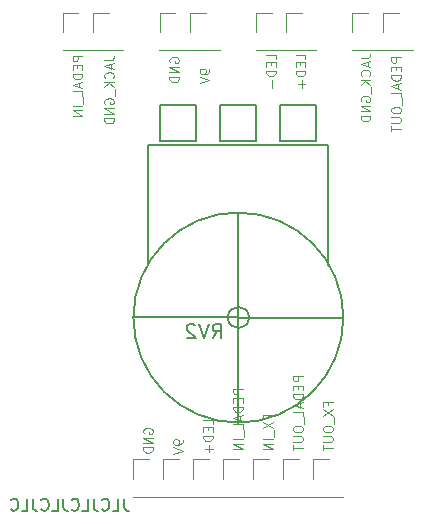
<source format=gbr>
G04 #@! TF.GenerationSoftware,KiCad,Pcbnew,(5.1.5-0-10_14)*
G04 #@! TF.CreationDate,2021-09-14T17:31:05+02:00*
G04 #@! TF.ProjectId,npnium,6e706e69-756d-42e6-9b69-6361645f7063,rev?*
G04 #@! TF.SameCoordinates,Original*
G04 #@! TF.FileFunction,Legend,Bot*
G04 #@! TF.FilePolarity,Positive*
%FSLAX46Y46*%
G04 Gerber Fmt 4.6, Leading zero omitted, Abs format (unit mm)*
G04 Created by KiCad (PCBNEW (5.1.5-0-10_14)) date 2021-09-14 17:31:05*
%MOMM*%
%LPD*%
G04 APERTURE LIST*
%ADD10C,0.150000*%
%ADD11C,0.120000*%
%ADD12C,0.127000*%
%ADD13C,0.152400*%
G04 APERTURE END LIST*
D10*
X90319047Y-110252380D02*
X90319047Y-110966666D01*
X90366666Y-111109523D01*
X90461904Y-111204761D01*
X90604761Y-111252380D01*
X90700000Y-111252380D01*
X89366666Y-111252380D02*
X89842857Y-111252380D01*
X89842857Y-110252380D01*
X88461904Y-111157142D02*
X88509523Y-111204761D01*
X88652380Y-111252380D01*
X88747619Y-111252380D01*
X88890476Y-111204761D01*
X88985714Y-111109523D01*
X89033333Y-111014285D01*
X89080952Y-110823809D01*
X89080952Y-110680952D01*
X89033333Y-110490476D01*
X88985714Y-110395238D01*
X88890476Y-110300000D01*
X88747619Y-110252380D01*
X88652380Y-110252380D01*
X88509523Y-110300000D01*
X88461904Y-110347619D01*
X87747619Y-110252380D02*
X87747619Y-110966666D01*
X87795238Y-111109523D01*
X87890476Y-111204761D01*
X88033333Y-111252380D01*
X88128571Y-111252380D01*
X86795238Y-111252380D02*
X87271428Y-111252380D01*
X87271428Y-110252380D01*
X85890476Y-111157142D02*
X85938095Y-111204761D01*
X86080952Y-111252380D01*
X86176190Y-111252380D01*
X86319047Y-111204761D01*
X86414285Y-111109523D01*
X86461904Y-111014285D01*
X86509523Y-110823809D01*
X86509523Y-110680952D01*
X86461904Y-110490476D01*
X86414285Y-110395238D01*
X86319047Y-110300000D01*
X86176190Y-110252380D01*
X86080952Y-110252380D01*
X85938095Y-110300000D01*
X85890476Y-110347619D01*
X85176190Y-110252380D02*
X85176190Y-110966666D01*
X85223809Y-111109523D01*
X85319047Y-111204761D01*
X85461904Y-111252380D01*
X85557142Y-111252380D01*
X84223809Y-111252380D02*
X84700000Y-111252380D01*
X84700000Y-110252380D01*
X83319047Y-111157142D02*
X83366666Y-111204761D01*
X83509523Y-111252380D01*
X83604761Y-111252380D01*
X83747619Y-111204761D01*
X83842857Y-111109523D01*
X83890476Y-111014285D01*
X83938095Y-110823809D01*
X83938095Y-110680952D01*
X83890476Y-110490476D01*
X83842857Y-110395238D01*
X83747619Y-110300000D01*
X83604761Y-110252380D01*
X83509523Y-110252380D01*
X83366666Y-110300000D01*
X83319047Y-110347619D01*
X82604761Y-110252380D02*
X82604761Y-110966666D01*
X82652380Y-111109523D01*
X82747619Y-111204761D01*
X82890476Y-111252380D01*
X82985714Y-111252380D01*
X81652380Y-111252380D02*
X82128571Y-111252380D01*
X82128571Y-110252380D01*
X80747619Y-111157142D02*
X80795238Y-111204761D01*
X80938095Y-111252380D01*
X81033333Y-111252380D01*
X81176190Y-111204761D01*
X81271428Y-111109523D01*
X81319047Y-111014285D01*
X81366666Y-110823809D01*
X81366666Y-110680952D01*
X81319047Y-110490476D01*
X81271428Y-110395238D01*
X81176190Y-110300000D01*
X81033333Y-110252380D01*
X80938095Y-110252380D01*
X80795238Y-110300000D01*
X80747619Y-110347619D01*
D11*
X95890000Y-72280000D02*
X98430000Y-72280000D01*
X95903500Y-69110000D02*
X97233500Y-69110000D01*
X95900000Y-70763500D02*
X95903500Y-69110000D01*
X93320000Y-72280000D02*
X95860000Y-72280000D01*
X93333500Y-69110000D02*
X94663500Y-69110000D01*
X93330000Y-70763500D02*
X93333500Y-69110000D01*
D12*
X93396000Y-76876000D02*
X93396000Y-79924000D01*
X96444000Y-76876000D02*
X93396000Y-76876000D01*
X96444000Y-79924000D02*
X96444000Y-76876000D01*
X98476000Y-76876000D02*
X98476000Y-79924000D01*
X101524000Y-76876000D02*
X98476000Y-76876000D01*
X101524000Y-79924000D02*
X101524000Y-76876000D01*
X103556000Y-76876000D02*
X103556000Y-79924000D01*
X106604000Y-76876000D02*
X103556000Y-76876000D01*
X106604000Y-79924000D02*
X106604000Y-76876000D01*
X96444000Y-79924000D02*
X93396000Y-79924000D01*
X101524000Y-79924000D02*
X98476000Y-79924000D01*
X106604000Y-79924000D02*
X103556000Y-79924000D01*
X107620000Y-80305000D02*
X92380000Y-80305000D01*
X108890000Y-94910000D02*
X91110000Y-94900000D01*
X100000000Y-86010000D02*
X100000000Y-103790000D01*
X92380000Y-80305000D02*
X92380000Y-90465000D01*
X107620000Y-90465000D02*
X107620000Y-80305000D01*
X108890000Y-94910000D02*
G75*
G03X100000000Y-86020000I-8890000J0D01*
G01*
X100000000Y-86010000D02*
G75*
G03X91110000Y-94900000I0J-8890000D01*
G01*
X91110000Y-94910000D02*
G75*
G03X100000000Y-103800002I8889901J-101D01*
G01*
X99999998Y-103800000D02*
G75*
G03X108890000Y-94910000I101J8889901D01*
G01*
X100898000Y-94900000D02*
G75*
G03X100898000Y-94900000I-898000J0D01*
G01*
D11*
X106340000Y-110080000D02*
X108880000Y-110080000D01*
X106350000Y-108563500D02*
X106353500Y-106910000D01*
X106353500Y-106910000D02*
X107683500Y-106910000D01*
X103800000Y-110080000D02*
X106340000Y-110080000D01*
X103810000Y-108563500D02*
X103813500Y-106910000D01*
X103813500Y-106910000D02*
X105143500Y-106910000D01*
X101270000Y-108563500D02*
X101273500Y-106910000D01*
X101273500Y-106910000D02*
X102603500Y-106910000D01*
X101260000Y-110080000D02*
X103800000Y-110080000D01*
X91100000Y-110080000D02*
X93640000Y-110080000D01*
X91113500Y-106910000D02*
X92443500Y-106910000D01*
X91110000Y-108563500D02*
X91113500Y-106910000D01*
X93640000Y-110080000D02*
X96180000Y-110080000D01*
X93653500Y-106910000D02*
X94983500Y-106910000D01*
X93650000Y-108563500D02*
X93653500Y-106910000D01*
X96180000Y-110080000D02*
X98720000Y-110080000D01*
X96193500Y-106910000D02*
X97523500Y-106910000D01*
X96190000Y-108563500D02*
X96193500Y-106910000D01*
X98720000Y-110080000D02*
X101260000Y-110080000D01*
X98733500Y-106910000D02*
X100063500Y-106910000D01*
X98730000Y-108563500D02*
X98733500Y-106910000D01*
X104020000Y-72280000D02*
X106560000Y-72280000D01*
X104033500Y-69110000D02*
X105363500Y-69110000D01*
X104030000Y-70763500D02*
X104033500Y-69110000D01*
X112220000Y-72280000D02*
X114760000Y-72280000D01*
X112233500Y-69110000D02*
X113563500Y-69110000D01*
X112230000Y-70763500D02*
X112233500Y-69110000D01*
X85120000Y-72280000D02*
X87660000Y-72280000D01*
X85133500Y-69110000D02*
X86463500Y-69110000D01*
X85130000Y-70763500D02*
X85133500Y-69110000D01*
X101520000Y-72280000D02*
X104060000Y-72280000D01*
X101533500Y-69110000D02*
X102863500Y-69110000D01*
X101530000Y-70763500D02*
X101533500Y-69110000D01*
X109620000Y-72280000D02*
X112160000Y-72280000D01*
X109633500Y-69110000D02*
X110963500Y-69110000D01*
X109630000Y-70763500D02*
X109633500Y-69110000D01*
X87720000Y-72280000D02*
X90260000Y-72280000D01*
X87733500Y-69110000D02*
X89063500Y-69110000D01*
X87730000Y-70763500D02*
X87733500Y-69110000D01*
X97531904Y-73902952D02*
X97531904Y-74055333D01*
X97493809Y-74131523D01*
X97455714Y-74169619D01*
X97341428Y-74245809D01*
X97189047Y-74283904D01*
X96884285Y-74283904D01*
X96808095Y-74245809D01*
X96770000Y-74207714D01*
X96731904Y-74131523D01*
X96731904Y-73979142D01*
X96770000Y-73902952D01*
X96808095Y-73864857D01*
X96884285Y-73826761D01*
X97074761Y-73826761D01*
X97150952Y-73864857D01*
X97189047Y-73902952D01*
X97227142Y-73979142D01*
X97227142Y-74131523D01*
X97189047Y-74207714D01*
X97150952Y-74245809D01*
X97074761Y-74283904D01*
X96731904Y-74512476D02*
X97531904Y-74779142D01*
X96731904Y-75045809D01*
X94200000Y-73293428D02*
X94161904Y-73217238D01*
X94161904Y-73102952D01*
X94200000Y-72988666D01*
X94276190Y-72912476D01*
X94352380Y-72874380D01*
X94504761Y-72836285D01*
X94619047Y-72836285D01*
X94771428Y-72874380D01*
X94847619Y-72912476D01*
X94923809Y-72988666D01*
X94961904Y-73102952D01*
X94961904Y-73179142D01*
X94923809Y-73293428D01*
X94885714Y-73331523D01*
X94619047Y-73331523D01*
X94619047Y-73179142D01*
X94961904Y-73674380D02*
X94161904Y-73674380D01*
X94961904Y-74131523D01*
X94161904Y-74131523D01*
X94961904Y-74512476D02*
X94161904Y-74512476D01*
X94161904Y-74702952D01*
X94200000Y-74817238D01*
X94276190Y-74893428D01*
X94352380Y-74931523D01*
X94504761Y-74969619D01*
X94619047Y-74969619D01*
X94771428Y-74931523D01*
X94847619Y-74893428D01*
X94923809Y-74817238D01*
X94961904Y-74702952D01*
X94961904Y-74512476D01*
D13*
X97818154Y-96645797D02*
X98220321Y-96071273D01*
X98507583Y-96645797D02*
X98507583Y-95439297D01*
X98047964Y-95439297D01*
X97933059Y-95496750D01*
X97875607Y-95554202D01*
X97818154Y-95669107D01*
X97818154Y-95841464D01*
X97875607Y-95956369D01*
X97933059Y-96013821D01*
X98047964Y-96071273D01*
X98507583Y-96071273D01*
X97473440Y-95439297D02*
X97071273Y-96645797D01*
X96669107Y-95439297D01*
X96324392Y-95554202D02*
X96266940Y-95496750D01*
X96152035Y-95439297D01*
X95864773Y-95439297D01*
X95749869Y-95496750D01*
X95692416Y-95554202D01*
X95634964Y-95669107D01*
X95634964Y-95784011D01*
X95692416Y-95956369D01*
X96381845Y-96645797D01*
X95634964Y-96645797D01*
D11*
X107562857Y-102336285D02*
X107562857Y-102069619D01*
X107981904Y-102069619D02*
X107181904Y-102069619D01*
X107181904Y-102450571D01*
X107181904Y-102679142D02*
X107981904Y-103212476D01*
X107181904Y-103212476D02*
X107981904Y-102679142D01*
X108058095Y-103326761D02*
X108058095Y-103936285D01*
X107181904Y-104279142D02*
X107181904Y-104431523D01*
X107220000Y-104507714D01*
X107296190Y-104583904D01*
X107448571Y-104622000D01*
X107715238Y-104622000D01*
X107867619Y-104583904D01*
X107943809Y-104507714D01*
X107981904Y-104431523D01*
X107981904Y-104279142D01*
X107943809Y-104202952D01*
X107867619Y-104126761D01*
X107715238Y-104088666D01*
X107448571Y-104088666D01*
X107296190Y-104126761D01*
X107220000Y-104202952D01*
X107181904Y-104279142D01*
X107181904Y-104964857D02*
X107829523Y-104964857D01*
X107905714Y-105002952D01*
X107943809Y-105041047D01*
X107981904Y-105117238D01*
X107981904Y-105269619D01*
X107943809Y-105345809D01*
X107905714Y-105383904D01*
X107829523Y-105422000D01*
X107181904Y-105422000D01*
X107181904Y-105688666D02*
X107181904Y-106145809D01*
X107981904Y-105917238D02*
X107181904Y-105917238D01*
X105441904Y-99860095D02*
X104641904Y-99860095D01*
X104641904Y-100164857D01*
X104680000Y-100241047D01*
X104718095Y-100279142D01*
X104794285Y-100317238D01*
X104908571Y-100317238D01*
X104984761Y-100279142D01*
X105022857Y-100241047D01*
X105060952Y-100164857D01*
X105060952Y-99860095D01*
X105022857Y-100660095D02*
X105022857Y-100926761D01*
X105441904Y-101041047D02*
X105441904Y-100660095D01*
X104641904Y-100660095D01*
X104641904Y-101041047D01*
X105441904Y-101383904D02*
X104641904Y-101383904D01*
X104641904Y-101574380D01*
X104680000Y-101688666D01*
X104756190Y-101764857D01*
X104832380Y-101802952D01*
X104984761Y-101841047D01*
X105099047Y-101841047D01*
X105251428Y-101802952D01*
X105327619Y-101764857D01*
X105403809Y-101688666D01*
X105441904Y-101574380D01*
X105441904Y-101383904D01*
X105213333Y-102145809D02*
X105213333Y-102526761D01*
X105441904Y-102069619D02*
X104641904Y-102336285D01*
X105441904Y-102602952D01*
X105441904Y-103250571D02*
X105441904Y-102869619D01*
X104641904Y-102869619D01*
X105518095Y-103326761D02*
X105518095Y-103936285D01*
X104641904Y-104279142D02*
X104641904Y-104431523D01*
X104680000Y-104507714D01*
X104756190Y-104583904D01*
X104908571Y-104622000D01*
X105175238Y-104622000D01*
X105327619Y-104583904D01*
X105403809Y-104507714D01*
X105441904Y-104431523D01*
X105441904Y-104279142D01*
X105403809Y-104202952D01*
X105327619Y-104126761D01*
X105175238Y-104088666D01*
X104908571Y-104088666D01*
X104756190Y-104126761D01*
X104680000Y-104202952D01*
X104641904Y-104279142D01*
X104641904Y-104964857D02*
X105289523Y-104964857D01*
X105365714Y-105002952D01*
X105403809Y-105041047D01*
X105441904Y-105117238D01*
X105441904Y-105269619D01*
X105403809Y-105345809D01*
X105365714Y-105383904D01*
X105289523Y-105422000D01*
X104641904Y-105422000D01*
X104641904Y-105688666D02*
X104641904Y-106145809D01*
X105441904Y-105917238D02*
X104641904Y-105917238D01*
X102482857Y-103402952D02*
X102482857Y-103136285D01*
X102901904Y-103136285D02*
X102101904Y-103136285D01*
X102101904Y-103517238D01*
X102101904Y-103745809D02*
X102901904Y-104279142D01*
X102101904Y-104279142D02*
X102901904Y-103745809D01*
X102978095Y-104393428D02*
X102978095Y-105002952D01*
X102901904Y-105193428D02*
X102101904Y-105193428D01*
X102901904Y-105574380D02*
X102101904Y-105574380D01*
X102901904Y-106031523D01*
X102101904Y-106031523D01*
X97821904Y-103926523D02*
X97821904Y-103545571D01*
X97021904Y-103545571D01*
X97402857Y-104193190D02*
X97402857Y-104459857D01*
X97821904Y-104574142D02*
X97821904Y-104193190D01*
X97021904Y-104193190D01*
X97021904Y-104574142D01*
X97821904Y-104917000D02*
X97021904Y-104917000D01*
X97021904Y-105107476D01*
X97060000Y-105221761D01*
X97136190Y-105297952D01*
X97212380Y-105336047D01*
X97364761Y-105374142D01*
X97479047Y-105374142D01*
X97631428Y-105336047D01*
X97707619Y-105297952D01*
X97783809Y-105221761D01*
X97821904Y-105107476D01*
X97821904Y-104917000D01*
X97517142Y-105717000D02*
X97517142Y-106326523D01*
X97821904Y-106021761D02*
X97212380Y-106021761D01*
X95281904Y-105297952D02*
X95281904Y-105450333D01*
X95243809Y-105526523D01*
X95205714Y-105564619D01*
X95091428Y-105640809D01*
X94939047Y-105678904D01*
X94634285Y-105678904D01*
X94558095Y-105640809D01*
X94520000Y-105602714D01*
X94481904Y-105526523D01*
X94481904Y-105374142D01*
X94520000Y-105297952D01*
X94558095Y-105259857D01*
X94634285Y-105221761D01*
X94824761Y-105221761D01*
X94900952Y-105259857D01*
X94939047Y-105297952D01*
X94977142Y-105374142D01*
X94977142Y-105526523D01*
X94939047Y-105602714D01*
X94900952Y-105640809D01*
X94824761Y-105678904D01*
X94481904Y-105907476D02*
X95281904Y-106174142D01*
X94481904Y-106440809D01*
X91980000Y-104688428D02*
X91941904Y-104612238D01*
X91941904Y-104497952D01*
X91980000Y-104383666D01*
X92056190Y-104307476D01*
X92132380Y-104269380D01*
X92284761Y-104231285D01*
X92399047Y-104231285D01*
X92551428Y-104269380D01*
X92627619Y-104307476D01*
X92703809Y-104383666D01*
X92741904Y-104497952D01*
X92741904Y-104574142D01*
X92703809Y-104688428D01*
X92665714Y-104726523D01*
X92399047Y-104726523D01*
X92399047Y-104574142D01*
X92741904Y-105069380D02*
X91941904Y-105069380D01*
X92741904Y-105526523D01*
X91941904Y-105526523D01*
X92741904Y-105907476D02*
X91941904Y-105907476D01*
X91941904Y-106097952D01*
X91980000Y-106212238D01*
X92056190Y-106288428D01*
X92132380Y-106326523D01*
X92284761Y-106364619D01*
X92399047Y-106364619D01*
X92551428Y-106326523D01*
X92627619Y-106288428D01*
X92703809Y-106212238D01*
X92741904Y-106097952D01*
X92741904Y-105907476D01*
X100361904Y-100926761D02*
X99561904Y-100926761D01*
X99561904Y-101231523D01*
X99600000Y-101307714D01*
X99638095Y-101345809D01*
X99714285Y-101383904D01*
X99828571Y-101383904D01*
X99904761Y-101345809D01*
X99942857Y-101307714D01*
X99980952Y-101231523D01*
X99980952Y-100926761D01*
X99942857Y-101726761D02*
X99942857Y-101993428D01*
X100361904Y-102107714D02*
X100361904Y-101726761D01*
X99561904Y-101726761D01*
X99561904Y-102107714D01*
X100361904Y-102450571D02*
X99561904Y-102450571D01*
X99561904Y-102641047D01*
X99600000Y-102755333D01*
X99676190Y-102831523D01*
X99752380Y-102869619D01*
X99904761Y-102907714D01*
X100019047Y-102907714D01*
X100171428Y-102869619D01*
X100247619Y-102831523D01*
X100323809Y-102755333D01*
X100361904Y-102641047D01*
X100361904Y-102450571D01*
X100133333Y-103212476D02*
X100133333Y-103593428D01*
X100361904Y-103136285D02*
X99561904Y-103402952D01*
X100361904Y-103669619D01*
X100361904Y-104317238D02*
X100361904Y-103936285D01*
X99561904Y-103936285D01*
X100438095Y-104393428D02*
X100438095Y-105002952D01*
X100361904Y-105193428D02*
X99561904Y-105193428D01*
X100361904Y-105574380D02*
X99561904Y-105574380D01*
X100361904Y-106031523D01*
X99561904Y-106031523D01*
X105661904Y-73031523D02*
X105661904Y-72650571D01*
X104861904Y-72650571D01*
X105242857Y-73298190D02*
X105242857Y-73564857D01*
X105661904Y-73679142D02*
X105661904Y-73298190D01*
X104861904Y-73298190D01*
X104861904Y-73679142D01*
X105661904Y-74022000D02*
X104861904Y-74022000D01*
X104861904Y-74212476D01*
X104900000Y-74326761D01*
X104976190Y-74402952D01*
X105052380Y-74441047D01*
X105204761Y-74479142D01*
X105319047Y-74479142D01*
X105471428Y-74441047D01*
X105547619Y-74402952D01*
X105623809Y-74326761D01*
X105661904Y-74212476D01*
X105661904Y-74022000D01*
X105357142Y-74822000D02*
X105357142Y-75431523D01*
X105661904Y-75126761D02*
X105052380Y-75126761D01*
X113761904Y-72860095D02*
X112961904Y-72860095D01*
X112961904Y-73164857D01*
X113000000Y-73241047D01*
X113038095Y-73279142D01*
X113114285Y-73317238D01*
X113228571Y-73317238D01*
X113304761Y-73279142D01*
X113342857Y-73241047D01*
X113380952Y-73164857D01*
X113380952Y-72860095D01*
X113342857Y-73660095D02*
X113342857Y-73926761D01*
X113761904Y-74041047D02*
X113761904Y-73660095D01*
X112961904Y-73660095D01*
X112961904Y-74041047D01*
X113761904Y-74383904D02*
X112961904Y-74383904D01*
X112961904Y-74574380D01*
X113000000Y-74688666D01*
X113076190Y-74764857D01*
X113152380Y-74802952D01*
X113304761Y-74841047D01*
X113419047Y-74841047D01*
X113571428Y-74802952D01*
X113647619Y-74764857D01*
X113723809Y-74688666D01*
X113761904Y-74574380D01*
X113761904Y-74383904D01*
X113533333Y-75145809D02*
X113533333Y-75526761D01*
X113761904Y-75069619D02*
X112961904Y-75336285D01*
X113761904Y-75602952D01*
X113761904Y-76250571D02*
X113761904Y-75869619D01*
X112961904Y-75869619D01*
X113838095Y-76326761D02*
X113838095Y-76936285D01*
X112961904Y-77279142D02*
X112961904Y-77431523D01*
X113000000Y-77507714D01*
X113076190Y-77583904D01*
X113228571Y-77622000D01*
X113495238Y-77622000D01*
X113647619Y-77583904D01*
X113723809Y-77507714D01*
X113761904Y-77431523D01*
X113761904Y-77279142D01*
X113723809Y-77202952D01*
X113647619Y-77126761D01*
X113495238Y-77088666D01*
X113228571Y-77088666D01*
X113076190Y-77126761D01*
X113000000Y-77202952D01*
X112961904Y-77279142D01*
X112961904Y-77964857D02*
X113609523Y-77964857D01*
X113685714Y-78002952D01*
X113723809Y-78041047D01*
X113761904Y-78117238D01*
X113761904Y-78269619D01*
X113723809Y-78345809D01*
X113685714Y-78383904D01*
X113609523Y-78422000D01*
X112961904Y-78422000D01*
X112961904Y-78688666D02*
X112961904Y-79145809D01*
X113761904Y-78917238D02*
X112961904Y-78917238D01*
X86761904Y-72726761D02*
X85961904Y-72726761D01*
X85961904Y-73031523D01*
X86000000Y-73107714D01*
X86038095Y-73145809D01*
X86114285Y-73183904D01*
X86228571Y-73183904D01*
X86304761Y-73145809D01*
X86342857Y-73107714D01*
X86380952Y-73031523D01*
X86380952Y-72726761D01*
X86342857Y-73526761D02*
X86342857Y-73793428D01*
X86761904Y-73907714D02*
X86761904Y-73526761D01*
X85961904Y-73526761D01*
X85961904Y-73907714D01*
X86761904Y-74250571D02*
X85961904Y-74250571D01*
X85961904Y-74441047D01*
X86000000Y-74555333D01*
X86076190Y-74631523D01*
X86152380Y-74669619D01*
X86304761Y-74707714D01*
X86419047Y-74707714D01*
X86571428Y-74669619D01*
X86647619Y-74631523D01*
X86723809Y-74555333D01*
X86761904Y-74441047D01*
X86761904Y-74250571D01*
X86533333Y-75012476D02*
X86533333Y-75393428D01*
X86761904Y-74936285D02*
X85961904Y-75202952D01*
X86761904Y-75469619D01*
X86761904Y-76117238D02*
X86761904Y-75736285D01*
X85961904Y-75736285D01*
X86838095Y-76193428D02*
X86838095Y-76802952D01*
X86761904Y-76993428D02*
X85961904Y-76993428D01*
X86761904Y-77374380D02*
X85961904Y-77374380D01*
X86761904Y-77831523D01*
X85961904Y-77831523D01*
X103161904Y-73031523D02*
X103161904Y-72650571D01*
X102361904Y-72650571D01*
X102742857Y-73298190D02*
X102742857Y-73564857D01*
X103161904Y-73679142D02*
X103161904Y-73298190D01*
X102361904Y-73298190D01*
X102361904Y-73679142D01*
X103161904Y-74022000D02*
X102361904Y-74022000D01*
X102361904Y-74212476D01*
X102400000Y-74326761D01*
X102476190Y-74402952D01*
X102552380Y-74441047D01*
X102704761Y-74479142D01*
X102819047Y-74479142D01*
X102971428Y-74441047D01*
X103047619Y-74402952D01*
X103123809Y-74326761D01*
X103161904Y-74212476D01*
X103161904Y-74022000D01*
X102857142Y-74822000D02*
X102857142Y-75431523D01*
X110361904Y-72898190D02*
X110933333Y-72898190D01*
X111047619Y-72860095D01*
X111123809Y-72783904D01*
X111161904Y-72669619D01*
X111161904Y-72593428D01*
X110933333Y-73241047D02*
X110933333Y-73622000D01*
X111161904Y-73164857D02*
X110361904Y-73431523D01*
X111161904Y-73698190D01*
X111085714Y-74422000D02*
X111123809Y-74383904D01*
X111161904Y-74269619D01*
X111161904Y-74193428D01*
X111123809Y-74079142D01*
X111047619Y-74002952D01*
X110971428Y-73964857D01*
X110819047Y-73926761D01*
X110704761Y-73926761D01*
X110552380Y-73964857D01*
X110476190Y-74002952D01*
X110400000Y-74079142D01*
X110361904Y-74193428D01*
X110361904Y-74269619D01*
X110400000Y-74383904D01*
X110438095Y-74422000D01*
X111161904Y-74764857D02*
X110361904Y-74764857D01*
X111161904Y-75222000D02*
X110704761Y-74879142D01*
X110361904Y-75222000D02*
X110819047Y-74764857D01*
X111238095Y-75374380D02*
X111238095Y-75983904D01*
X110400000Y-76593428D02*
X110361904Y-76517238D01*
X110361904Y-76402952D01*
X110400000Y-76288666D01*
X110476190Y-76212476D01*
X110552380Y-76174380D01*
X110704761Y-76136285D01*
X110819047Y-76136285D01*
X110971428Y-76174380D01*
X111047619Y-76212476D01*
X111123809Y-76288666D01*
X111161904Y-76402952D01*
X111161904Y-76479142D01*
X111123809Y-76593428D01*
X111085714Y-76631523D01*
X110819047Y-76631523D01*
X110819047Y-76479142D01*
X111161904Y-76974380D02*
X110361904Y-76974380D01*
X111161904Y-77431523D01*
X110361904Y-77431523D01*
X111161904Y-77812476D02*
X110361904Y-77812476D01*
X110361904Y-78002952D01*
X110400000Y-78117238D01*
X110476190Y-78193428D01*
X110552380Y-78231523D01*
X110704761Y-78269619D01*
X110819047Y-78269619D01*
X110971428Y-78231523D01*
X111047619Y-78193428D01*
X111123809Y-78117238D01*
X111161904Y-78002952D01*
X111161904Y-77812476D01*
X88661904Y-73098190D02*
X89233333Y-73098190D01*
X89347619Y-73060095D01*
X89423809Y-72983904D01*
X89461904Y-72869619D01*
X89461904Y-72793428D01*
X89233333Y-73441047D02*
X89233333Y-73822000D01*
X89461904Y-73364857D02*
X88661904Y-73631523D01*
X89461904Y-73898190D01*
X89385714Y-74622000D02*
X89423809Y-74583904D01*
X89461904Y-74469619D01*
X89461904Y-74393428D01*
X89423809Y-74279142D01*
X89347619Y-74202952D01*
X89271428Y-74164857D01*
X89119047Y-74126761D01*
X89004761Y-74126761D01*
X88852380Y-74164857D01*
X88776190Y-74202952D01*
X88700000Y-74279142D01*
X88661904Y-74393428D01*
X88661904Y-74469619D01*
X88700000Y-74583904D01*
X88738095Y-74622000D01*
X89461904Y-74964857D02*
X88661904Y-74964857D01*
X89461904Y-75422000D02*
X89004761Y-75079142D01*
X88661904Y-75422000D02*
X89119047Y-74964857D01*
X89538095Y-75574380D02*
X89538095Y-76183904D01*
X88700000Y-76793428D02*
X88661904Y-76717238D01*
X88661904Y-76602952D01*
X88700000Y-76488666D01*
X88776190Y-76412476D01*
X88852380Y-76374380D01*
X89004761Y-76336285D01*
X89119047Y-76336285D01*
X89271428Y-76374380D01*
X89347619Y-76412476D01*
X89423809Y-76488666D01*
X89461904Y-76602952D01*
X89461904Y-76679142D01*
X89423809Y-76793428D01*
X89385714Y-76831523D01*
X89119047Y-76831523D01*
X89119047Y-76679142D01*
X89461904Y-77174380D02*
X88661904Y-77174380D01*
X89461904Y-77631523D01*
X88661904Y-77631523D01*
X89461904Y-78012476D02*
X88661904Y-78012476D01*
X88661904Y-78202952D01*
X88700000Y-78317238D01*
X88776190Y-78393428D01*
X88852380Y-78431523D01*
X89004761Y-78469619D01*
X89119047Y-78469619D01*
X89271428Y-78431523D01*
X89347619Y-78393428D01*
X89423809Y-78317238D01*
X89461904Y-78202952D01*
X89461904Y-78012476D01*
M02*

</source>
